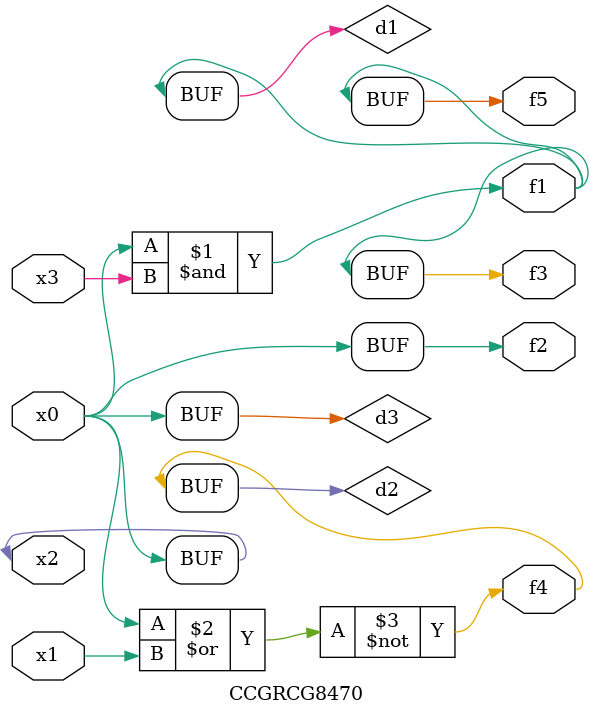
<source format=v>
module CCGRCG8470(
	input x0, x1, x2, x3,
	output f1, f2, f3, f4, f5
);

	wire d1, d2, d3;

	and (d1, x2, x3);
	nor (d2, x0, x1);
	buf (d3, x0, x2);
	assign f1 = d1;
	assign f2 = d3;
	assign f3 = d1;
	assign f4 = d2;
	assign f5 = d1;
endmodule

</source>
